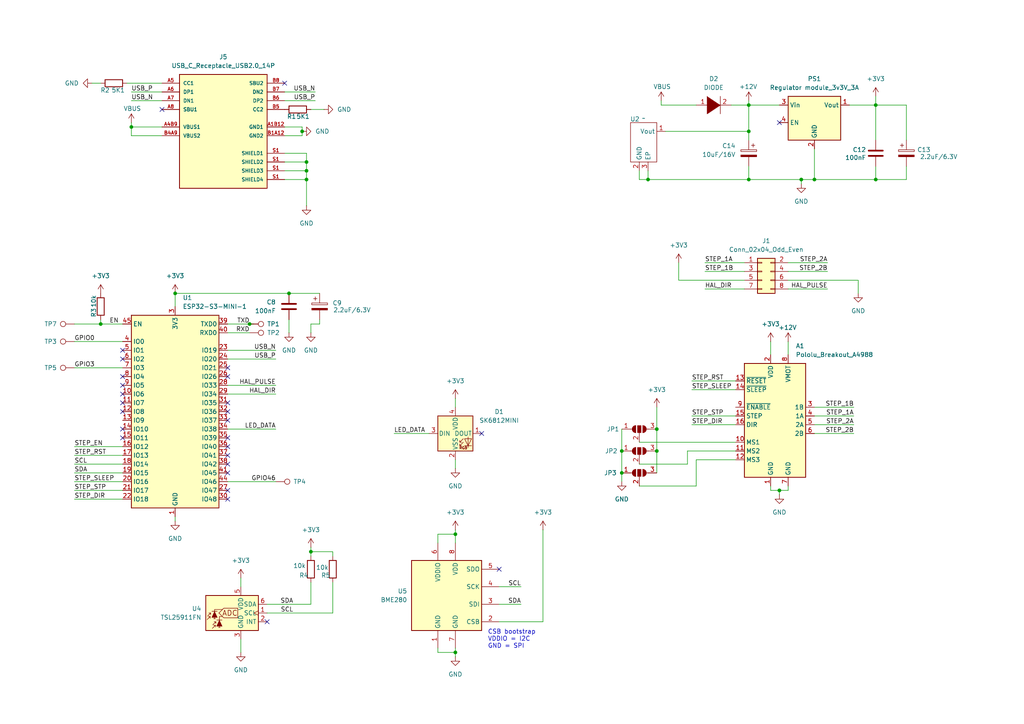
<source format=kicad_sch>
(kicad_sch (version 20231120) (generator "eeschema") (generator_version "8.0")
  (paper "A4")
  (lib_symbols
    (symbol "Connector:TestPoint" (pin_numbers hide) (pin_names (offset 0.762) hide)
      (property "Reference" "TP" (at 0 6.858 0))
      (property "Value" "TestPoint" (at 0 5.08 0))
      (symbol "TestPoint_0_1"
        (circle (center 0 3.302) (radius 0.762))
      )
      (symbol "TestPoint_1_1"
        (pin passive line (at 0 0 90) (length 2.54) (name "1") (number "1"))
      )
    )
    (symbol "Connector_Generic:Conn_02x04_Odd_Even" (pin_names (offset 1.016) hide)
      (property "Reference" "J" (at 1.27 5.08 0))
      (property "Value" "Conn_02x04_Odd_Even" (at 1.27 -7.62 0))
      (symbol "Conn_02x04_Odd_Even_1_1"
        (rectangle (start -1.27 -4.953) (end 0 -5.207) (stroke (width 0.1524)))
        (rectangle (start -1.27 -2.413) (end 0 -2.667) (stroke (width 0.1524)))
        (rectangle (start -1.27 0.127) (end 0 -0.127) (stroke (width 0.1524)))
        (rectangle (start -1.27 2.667) (end 0 2.413) (stroke (width 0.1524)))
        (rectangle (start -1.27 3.81) (end 3.81 -6.35) (stroke (width 0.254)) (fill (type background)))
        (rectangle (start 3.81 -4.953) (end 2.54 -5.207) (stroke (width 0.1524)))
        (rectangle (start 3.81 -2.413) (end 2.54 -2.667) (stroke (width 0.1524)))
        (rectangle (start 3.81 0.127) (end 2.54 -0.127) (stroke (width 0.1524)))
        (rectangle (start 3.81 2.667) (end 2.54 2.413) (stroke (width 0.1524)))
        (pin passive line (at -5.08 2.54 0) (length 3.81) (name "Pin_1") (number "1"))
        (pin passive line (at 7.62 2.54 180) (length 3.81) (name "Pin_2") (number "2"))
        (pin passive line (at -5.08 0 0) (length 3.81) (name "Pin_3") (number "3"))
        (pin passive line (at 7.62 0 180) (length 3.81) (name "Pin_4") (number "4"))
        (pin passive line (at -5.08 -2.54 0) (length 3.81) (name "Pin_5") (number "5"))
        (pin passive line (at 7.62 -2.54 180) (length 3.81) (name "Pin_6") (number "6"))
        (pin passive line (at -5.08 -5.08 0) (length 3.81) (name "Pin_7") (number "7"))
        (pin passive line (at 7.62 -5.08 180) (length 3.81) (name "Pin_8") (number "8"))
      )
    )
    (symbol "Converter_DCDC:voltage_regulator_3v3_3A"
      (property "Reference" "PS" (at -7.874 -9.144 0))
      (property "Value" "Regulator module_3v3V_3A" (at -11.684 6.35 0))
      (symbol "voltage_regulator_3v3_3A_0_1"
        (rectangle (start -7.62 5.08) (end 7.62 -7.62) (stroke (width 0.254)) (fill (type background)))
      )
      (symbol "voltage_regulator_3v3_3A_1_0"
        (pin power_out line (at 10.16 2.54 180) (length 2.54) (name "Vout") (number "1"))
        (pin power_out line (at 0 -10.16 90) (length 2.54) (name "GND") (number "2"))
        (pin power_in line (at -10.16 2.54 0) (length 2.54) (name "Vin") (number "3"))
        (pin input line (at -10.16 -2.54 0) (length 2.54) (name "EN") (number "4"))
      )
    )
    (symbol "Device:C" (pin_numbers hide) (pin_names (offset 0.254))
      (property "Reference" "C" (at 0.635 2.54 0))
      (property "Value" "C" (at 0.635 -2.54 0))
      (symbol "C_0_1"
        (polyline (pts (xy -2.032 -0.762) (xy 2.032 -0.762)) (stroke (width 0.508)))
        (polyline (pts (xy -2.032 0.762) (xy 2.032 0.762)) (stroke (width 0.508)))
      )
      (symbol "C_1_1"
        (pin passive line (at 0 3.81 270) (length 2.794) (name "~") (number "1"))
        (pin passive line (at 0 -3.81 90) (length 2.794) (name "~") (number "2"))
      )
    )
    (symbol "Device:C_Polarized" (pin_numbers hide) (pin_names (offset 0.254))
      (property "Reference" "C" (at 0.635 2.54 0))
      (property "Value" "C_Polarized" (at 0.635 -2.54 0))
      (symbol "C_Polarized_0_1"
        (rectangle (start -2.286 0.508) (end 2.286 1.016))
        (polyline (pts (xy -1.778 2.286) (xy -0.762 2.286)))
        (polyline (pts (xy -1.27 2.794) (xy -1.27 1.778)))
        (rectangle (start 2.286 -0.508) (end -2.286 -1.016) (fill (type outline)))
      )
      (symbol "C_Polarized_1_1"
        (pin passive line (at 0 3.81 270) (length 2.794) (name "~") (number "1"))
        (pin passive line (at 0 -3.81 90) (length 2.794) (name "~") (number "2"))
      )
    )
    (symbol "Device:R" (pin_numbers hide) (pin_names (offset 0))
      (property "Reference" "R" (at 2.032 0 90))
      (property "Value" "R" (at 0 0 90))
      (symbol "R_0_1"
        (rectangle (start -1.016 -2.54) (end 1.016 2.54) (stroke (width 0.254)))
      )
      (symbol "R_1_1"
        (pin passive line (at 0 3.81 270) (length 1.27) (name "~") (number "1"))
        (pin passive line (at 0 -3.81 90) (length 1.27) (name "~") (number "2"))
      )
    )
    (symbol "Driver_Motor:Pololu_Breakout_A4988"
      (property "Reference" "A" (at -2.54 19.05 0))
      (property "Value" "Pololu_Breakout_A4988" (at -2.54 16.51 0))
      (symbol "Pololu_Breakout_A4988_0_1"
        (rectangle (start 10.16 -17.78) (end -7.62 15.24) (stroke (width 0.254)) (fill (type background)))
      )
      (symbol "Pololu_Breakout_A4988_1_1"
        (pin power_in line (at 0 -20.32 90) (length 2.54) (name "GND") (number "1"))
        (pin input line (at -10.16 -7.62 0) (length 2.54) (name "MS1") (number "10"))
        (pin input line (at -10.16 -10.16 0) (length 2.54) (name "MS2") (number "11"))
        (pin input line (at -10.16 -12.7 0) (length 2.54) (name "MS3") (number "12"))
        (pin input line (at -10.16 10.16 0) (length 2.54) (name "~{RESET}") (number "13"))
        (pin input line (at -10.16 7.62 0) (length 2.54) (name "~{SLEEP}") (number "14"))
        (pin input line (at -10.16 0 0) (length 2.54) (name "STEP") (number "15"))
        (pin input line (at -10.16 -2.54 0) (length 2.54) (name "DIR") (number "16"))
        (pin power_in line (at 0 17.78 270) (length 2.54) (name "VDD") (number "2"))
        (pin output line (at 12.7 2.54 180) (length 2.54) (name "1B") (number "3"))
        (pin output line (at 12.7 0 180) (length 2.54) (name "1A") (number "4"))
        (pin output line (at 12.7 -2.54 180) (length 2.54) (name "2A") (number "5"))
        (pin output line (at 12.7 -5.08 180) (length 2.54) (name "2B") (number "6"))
        (pin power_in line (at 5.08 -20.32 90) (length 2.54) (name "GND") (number "7"))
        (pin power_in line (at 5.08 17.78 270) (length 2.54) (name "VMOT") (number "8"))
        (pin input line (at -10.16 2.54 0) (length 2.54) (name "~{ENABLE}") (number "9"))
      )
    )
    (symbol "Jumper:SolderJumper_3_Open" (pin_names (offset 0) hide) (exclude_from_sim yes) (in_bom no)
      (property "Reference" "JP" (at -2.54 -2.54 0))
      (property "Value" "SolderJumper_3_Open" (at 0 2.794 0))
      (symbol "SolderJumper_3_Open_0_1"
        (arc (start -1.016 1.016) (mid -2.0276 0) (end -1.016 -1.016))
        (arc (start -1.016 1.016) (mid -2.0276 0) (end -1.016 -1.016) (fill (type outline)))
        (rectangle (start -0.508 1.016) (end 0.508 -1.016) (fill (type outline)))
        (polyline (pts (xy -2.54 0) (xy -2.032 0)))
        (polyline (pts (xy -1.016 1.016) (xy -1.016 -1.016)))
        (polyline (pts (xy 0 -1.27) (xy 0 -1.016)))
        (polyline (pts (xy 1.016 1.016) (xy 1.016 -1.016)))
        (polyline (pts (xy 2.54 0) (xy 2.032 0)))
        (arc (start 1.016 -1.016) (mid 2.0276 0) (end 1.016 1.016))
        (arc (start 1.016 -1.016) (mid 2.0276 0) (end 1.016 1.016) (fill (type outline)))
      )
      (symbol "SolderJumper_3_Open_1_1"
        (pin passive line (at -5.08 0 0) (length 2.54) (name "A") (number "1"))
        (pin passive line (at 0 -3.81 90) (length 2.54) (name "C") (number "2"))
        (pin passive line (at 5.08 0 180) (length 2.54) (name "B") (number "3"))
      )
    )
    (symbol "LED:SK6812MINI" (pin_names (offset 0.254))
      (property "Reference" "D" (at 5.08 5.715 0))
      (property "Value" "SK6812MINI" (at 1.27 -5.715 0))
      (symbol "SK6812MINI_0_0"
        (text "RGB" (at 2.286 -4.191 0) (effects (font (size 0.762 0.762))))
      )
      (symbol "SK6812MINI_0_1"
        (polyline (pts (xy 1.27 -3.556) (xy 1.778 -3.556)))
        (polyline (pts (xy 1.27 -2.54) (xy 1.778 -2.54)))
        (polyline (pts (xy 4.699 -3.556) (xy 2.667 -3.556)))
        (polyline (pts (xy 2.286 -2.54) (xy 1.27 -3.556) (xy 1.27 -3.048)))
        (polyline (pts (xy 2.286 -1.524) (xy 1.27 -2.54) (xy 1.27 -2.032)))
        (polyline (pts (xy 3.683 -1.016) (xy 3.683 -3.556) (xy 3.683 -4.064)))
        (polyline (pts (xy 4.699 -1.524) (xy 2.667 -1.524) (xy 3.683 -3.556) (xy 4.699 -1.524)))
        (rectangle (start 5.08 5.08) (end -5.08 -5.08) (stroke (width 0.254)) (fill (type background)))
      )
      (symbol "SK6812MINI_1_1"
        (pin output line (at 7.62 0 180) (length 2.54) (name "DOUT") (number "1"))
        (pin power_in line (at 0 -7.62 90) (length 2.54) (name "VSS") (number "2"))
        (pin input line (at -7.62 0 0) (length 2.54) (name "DIN") (number "3"))
        (pin power_in line (at 0 7.62 270) (length 2.54) (name "VDD") (number "4"))
      )
    )
    (symbol "MCU_Espressif:ESP32-S3-MINI-1"
      (property "Reference" "U" (at -11.43 29.21 0))
      (property "Value" "ESP32-S3-MINI-1" (at 12.7 29.21 0))
      (symbol "ESP32-S3-MINI-1_0_1"
        (rectangle (start -12.7 27.94) (end 12.7 -27.94) (stroke (width 0.254)) (fill (type background)))
      )
      (symbol "ESP32-S3-MINI-1_1_1"
        (pin power_in line (at 0 -30.48 90) (length 2.54) (name "GND") (number "1"))
        (pin bidirectional line (at -15.24 5.08 0) (length 2.54) (name "IO6") (number "10"))
        (pin bidirectional line (at -15.24 2.54 0) (length 2.54) (name "IO7") (number "11"))
        (pin bidirectional line (at -15.24 0 0) (length 2.54) (name "IO8") (number "12"))
        (pin bidirectional line (at -15.24 -2.54 0) (length 2.54) (name "IO9") (number "13"))
        (pin bidirectional line (at -15.24 -5.08 0) (length 2.54) (name "IO10") (number "14"))
        (pin bidirectional line (at -15.24 -7.62 0) (length 2.54) (name "IO11") (number "15"))
        (pin bidirectional line (at -15.24 -10.16 0) (length 2.54) (name "IO12") (number "16"))
        (pin bidirectional line (at -15.24 -12.7 0) (length 2.54) (name "IO13") (number "17"))
        (pin bidirectional line (at -15.24 -15.24 0) (length 2.54) (name "IO14") (number "18"))
        (pin bidirectional line (at -15.24 -17.78 0) (length 2.54) (name "IO15") (number "19"))
        (pin passive line (at 0 -30.48 90) (length 2.54) hide (name "GND") (number "2"))
        (pin bidirectional line (at -15.24 -20.32 0) (length 2.54) (name "IO16") (number "20"))
        (pin bidirectional line (at -15.24 -22.86 0) (length 2.54) (name "IO17") (number "21"))
        (pin bidirectional line (at -15.24 -25.4 0) (length 2.54) (name "IO18") (number "22"))
        (pin bidirectional line (at 15.24 17.78 180) (length 2.54) (name "IO19") (number "23"))
        (pin bidirectional line (at 15.24 15.24 180) (length 2.54) (name "IO20") (number "24"))
        (pin bidirectional line (at 15.24 12.7 180) (length 2.54) (name "IO21") (number "25"))
        (pin bidirectional line (at 15.24 10.16 180) (length 2.54) (name "IO26") (number "26"))
        (pin bidirectional line (at 15.24 -22.86 180) (length 2.54) (name "IO47") (number "27"))
        (pin bidirectional line (at 15.24 7.62 180) (length 2.54) (name "IO33") (number "28"))
        (pin bidirectional line (at 15.24 5.08 180) (length 2.54) (name "IO34") (number "29"))
        (pin power_in line (at 0 30.48 270) (length 2.54) (name "3V3") (number "3"))
        (pin bidirectional line (at 15.24 -25.4 180) (length 2.54) (name "IO48") (number "30"))
        (pin bidirectional line (at 15.24 2.54 180) (length 2.54) (name "IO35") (number "31"))
        (pin bidirectional line (at 15.24 0 180) (length 2.54) (name "IO36") (number "32"))
        (pin bidirectional line (at 15.24 -2.54 180) (length 2.54) (name "IO37") (number "33"))
        (pin bidirectional line (at 15.24 -5.08 180) (length 2.54) (name "IO38") (number "34"))
        (pin bidirectional line (at 15.24 -7.62 180) (length 2.54) (name "IO39") (number "35"))
        (pin bidirectional line (at 15.24 -10.16 180) (length 2.54) (name "IO40") (number "36"))
        (pin bidirectional line (at 15.24 -12.7 180) (length 2.54) (name "IO41") (number "37"))
        (pin bidirectional line (at 15.24 -15.24 180) (length 2.54) (name "IO42") (number "38"))
        (pin bidirectional line (at 15.24 25.4 180) (length 2.54) (name "TXD0") (number "39"))
        (pin bidirectional line (at -15.24 20.32 0) (length 2.54) (name "IO0") (number "4"))
        (pin bidirectional line (at 15.24 22.86 180) (length 2.54) (name "RXD0") (number "40"))
        (pin bidirectional line (at 15.24 -17.78 180) (length 2.54) (name "IO45") (number "41"))
        (pin passive line (at 0 -30.48 90) (length 2.54) hide (name "GND") (number "42"))
        (pin passive line (at 0 -30.48 90) (length 2.54) hide (name "GND") (number "43"))
        (pin bidirectional line (at 15.24 -20.32 180) (length 2.54) (name "IO46") (number "44"))
        (pin input line (at -15.24 25.4 0) (length 2.54) (name "EN") (number "45"))
        (pin passive line (at 0 -30.48 90) (length 2.54) hide (name "GND") (number "46"))
        (pin passive line (at 0 -30.48 90) (length 2.54) hide (name "GND") (number "47"))
        (pin passive line (at 0 -30.48 90) (length 2.54) hide (name "GND") (number "48"))
        (pin passive line (at 0 -30.48 90) (length 2.54) hide (name "GND") (number "49"))
        (pin bidirectional line (at -15.24 17.78 0) (length 2.54) (name "IO1") (number "5"))
        (pin passive line (at 0 -30.48 90) (length 2.54) hide (name "GND") (number "50"))
        (pin passive line (at 0 -30.48 90) (length 2.54) hide (name "GND") (number "51"))
        (pin passive line (at 0 -30.48 90) (length 2.54) hide (name "GND") (number "52"))
        (pin passive line (at 0 -30.48 90) (length 2.54) hide (name "GND") (number "53"))
        (pin passive line (at 0 -30.48 90) (length 2.54) hide (name "GND") (number "54"))
        (pin passive line (at 0 -30.48 90) (length 2.54) hide (name "GND") (number "55"))
        (pin passive line (at 0 -30.48 90) (length 2.54) hide (name "GND") (number "56"))
        (pin passive line (at 0 -30.48 90) (length 2.54) hide (name "GND") (number "57"))
        (pin passive line (at 0 -30.48 90) (length 2.54) hide (name "GND") (number "58"))
        (pin passive line (at 0 -30.48 90) (length 2.54) hide (name "GND") (number "59"))
        (pin bidirectional line (at -15.24 15.24 0) (length 2.54) (name "IO2") (number "6"))
        (pin passive line (at 0 -30.48 90) (length 2.54) hide (name "GND") (number "60"))
        (pin passive line (at 0 -30.48 90) (length 2.54) hide (name "GND") (number "61"))
        (pin passive line (at 0 -30.48 90) (length 2.54) hide (name "GND") (number "62"))
        (pin passive line (at 0 -30.48 90) (length 2.54) hide (name "GND") (number "63"))
        (pin passive line (at 0 -30.48 90) (length 2.54) hide (name "GND") (number "64"))
        (pin passive line (at 0 -30.48 90) (length 2.54) hide (name "GND") (number "65"))
        (pin bidirectional line (at -15.24 12.7 0) (length 2.54) (name "IO3") (number "7"))
        (pin bidirectional line (at -15.24 10.16 0) (length 2.54) (name "IO4") (number "8"))
        (pin bidirectional line (at -15.24 7.62 0) (length 2.54) (name "IO5") (number "9"))
      )
    )
    (symbol "Regulator_Switching:USB-C_PD-trigger"
      (property "Reference" "U" (at 4.064 6.096 0))
      (symbol "USB-C_PD-trigger_0_1"
        (rectangle (start -2.54 5.08) (end 5.08 -6.35))
      )
      (symbol "USB-C_PD-trigger_1_1"
        (pin input line (at 7.62 2.54 180) (length 2.54) (name "Vout") (number "1"))
        (pin input line (at 0 -8.89 90) (length 2.54) (name "GND") (number "2"))
        (pin input line (at 2.54 -8.89 90) (length 2.54) (name "EP") (number "3"))
      )
    )
    (symbol "Sensor:BME280"
      (property "Reference" "U" (at -8.89 11.43 0))
      (property "Value" "BME280" (at 7.62 11.43 0))
      (symbol "BME280_0_1"
        (rectangle (start -10.16 10.16) (end 10.16 -10.16) (stroke (width 0.254)) (fill (type background)))
      )
      (symbol "BME280_1_1"
        (pin power_in line (at -2.54 -15.24 90) (length 5.08) (name "GND") (number "1"))
        (pin input line (at 15.24 -7.62 180) (length 5.08) (name "CSB") (number "2"))
        (pin bidirectional line (at 15.24 -2.54 180) (length 5.08) (name "SDI") (number "3"))
        (pin input line (at 15.24 2.54 180) (length 5.08) (name "SCK") (number "4"))
        (pin bidirectional line (at 15.24 7.62 180) (length 5.08) (name "SDO") (number "5"))
        (pin power_in line (at -2.54 15.24 270) (length 5.08) (name "VDDIO") (number "6"))
        (pin power_in line (at 2.54 -15.24 90) (length 5.08) (name "GND") (number "7"))
        (pin power_in line (at 2.54 15.24 270) (length 5.08) (name "VDD") (number "8"))
      )
    )
    (symbol "Sensor_Optical:TSL25911FN"
      (property "Reference" "U" (at -7.62 6.35 0))
      (property "Value" "TSL25911FN" (at 0 -6.35 0))
      (symbol "TSL25911FN_0_0"
        (text "ADC" (at -0.635 0 0) (effects (font (size 1.524 1.524))))
      )
      (symbol "TSL25911FN_0_1"
        (polyline (pts (xy -6.35 -1.016) (xy -7.239 -1.905)))
        (polyline (pts (xy -6.35 -1.016) (xy -6.858 -1.016)))
        (polyline (pts (xy -6.35 -1.016) (xy -6.35 -1.524)))
        (polyline (pts (xy -6.223 0) (xy -7.112 -0.889)))
        (polyline (pts (xy -6.223 0) (xy -6.731 0)))
        (polyline (pts (xy -6.223 0) (xy -6.223 -0.508)))
        (polyline (pts (xy -4.826 -3.556) (xy -5.715 -4.445)))
        (polyline (pts (xy -4.826 -3.556) (xy -5.334 -3.556)))
        (polyline (pts (xy -4.826 -3.556) (xy -4.826 -4.064)))
        (polyline (pts (xy -4.699 -2.54) (xy -5.588 -3.429)))
        (polyline (pts (xy -4.699 -2.54) (xy -5.207 -2.54)))
        (polyline (pts (xy -4.699 -2.54) (xy -4.699 -3.048)))
        (polyline (pts (xy -4.318 0.508) (xy -5.842 0.508)))
        (polyline (pts (xy -2.921 -2.032) (xy -4.445 -2.032)))
        (polyline (pts (xy -4.318 -1.27) (xy -5.842 -1.27) (xy -5.08 0.381) (xy -4.318 -1.27)) (fill (type outline)))
        (polyline (pts (xy -2.921 -3.81) (xy -4.445 -3.81) (xy -3.683 -2.159) (xy -2.921 -3.81)) (fill (type outline)))
      )
      (symbol "TSL25911FN_1_0"
        (polyline (pts (xy -3.81 0) (xy -2.413 -1.397) (xy 1.651 -1.397) (xy 1.651 0)))
        (polyline (pts (xy -3.81 0) (xy -2.413 1.397) (xy 1.651 1.397) (xy 1.651 0)))
      )
      (symbol "TSL25911FN_1_1"
        (rectangle (start -7.62 5.08) (end 7.62 -5.08) (stroke (width 0.254)) (fill (type background)))
        (polyline (pts (xy -4.826 -1.651) (xy -5.334 -1.651)))
        (polyline (pts (xy -3.429 -4.191) (xy -3.937 -4.191)))
        (polyline (pts (xy -5.08 -1.524) (xy -5.08 1.016) (xy -2.794 1.016)))
        (polyline (pts (xy -3.683 -4.064) (xy -3.683 -1.016) (xy -2.794 -1.016)))
        (pin input clock (at 10.16 0 180) (length 2.54) (name "SCL") (number "1"))
        (pin open_collector line (at 10.16 -2.54 180) (length 2.54) (name "INT") (number "2"))
        (pin power_in line (at 2.54 -7.62 90) (length 2.54) (name "GND") (number "3"))
        (pin no_connect line (at -7.62 2.54 0) (length 2.54) hide (name "NC") (number "4"))
        (pin power_in line (at 2.54 7.62 270) (length 2.54) (name "VDD") (number "5"))
        (pin bidirectional line (at 10.16 2.54 180) (length 2.54) (name "SDA") (number "6"))
      )
    )
    (symbol "USB_C_Molex_217179:2171790001" (pin_names (offset 1.016))
      (property "Reference" "J" (at -12.7 16.002 0))
      (property "Value" "2171790001" (at -12.7 -18.542 0))
      (symbol "2171790001_0_0"
        (rectangle (start -12.7 -17.78) (end 12.7 15.24) (stroke (width 0.254)) (fill (type background)))
        (pin power_in line (at 17.78 0 180) (length 5.08) (name "GND1") (number "A1B12"))
        (pin power_in line (at -17.78 0 0) (length 5.08) (name "VBUS1") (number "A4B9"))
        (pin bidirectional line (at -17.78 12.7 0) (length 5.08) (name "CC1") (number "A5"))
        (pin bidirectional line (at -17.78 10.16 0) (length 5.08) (name "DP1") (number "A6"))
        (pin bidirectional line (at -17.78 7.62 0) (length 5.08) (name "DN1") (number "A7"))
        (pin bidirectional line (at -17.78 5.08 0) (length 5.08) (name "SBU1") (number "A8"))
        (pin power_in line (at 17.78 -2.54 180) (length 5.08) (name "GND2") (number "B1A12"))
        (pin power_in line (at -17.78 -2.54 0) (length 5.08) (name "VBUS2") (number "B4A9"))
        (pin bidirectional line (at 17.78 5.08 180) (length 5.08) (name "CC2") (number "B5"))
        (pin bidirectional line (at 17.78 7.62 180) (length 5.08) (name "DP2") (number "B6"))
        (pin bidirectional line (at 17.78 10.16 180) (length 5.08) (name "DN2") (number "B7"))
        (pin bidirectional line (at 17.78 12.7 180) (length 5.08) (name "SBU2") (number "B8"))
        (pin passive line (at 17.78 -7.62 180) (length 5.08) (name "SHIELD1") (number "S1"))
        (pin passive line (at 17.78 -10.16 180) (length 5.08) (name "SHIELD2") (number "S1"))
        (pin passive line (at 17.78 -12.7 180) (length 5.08) (name "SHIELD3") (number "S1"))
        (pin passive line (at 17.78 -15.24 180) (length 5.08) (name "SHIELD4") (number "S1"))
      )
    )
    (symbol "power:+3V3" (power) (pin_numbers hide) (pin_names (offset 0) hide)
      (property "Value" "+3V3" (at 0 3.556 0))
      (symbol "+3V3_0_1"
        (polyline (pts (xy -0.762 1.27) (xy 0 2.54)))
        (polyline (pts (xy 0 0) (xy 0 2.54)))
        (polyline (pts (xy 0 2.54) (xy 0.762 1.27)))
      )
      (symbol "+3V3_1_1"
        (pin power_in line (at 0 0 90) (length 0) (name "~") (number "1"))
      )
    )
    (symbol "power:+5V" (power) (pin_numbers hide) (pin_names (offset 0) hide)
      (property "Value" "+5V" (at 0 3.556 0))
      (symbol "+5V_0_1"
        (polyline (pts (xy -0.762 1.27) (xy 0 2.54)))
        (polyline (pts (xy 0 0) (xy 0 2.54)))
        (polyline (pts (xy 0 2.54) (xy 0.762 1.27)))
      )
      (symbol "+5V_1_1"
        (pin power_in line (at 0 0 90) (length 0) (name "~") (number "1"))
      )
    )
    (symbol "power:GND" (power) (pin_numbers hide) (pin_names (offset 0) hide)
      (property "Value" "GND" (at 0 -3.81 0))
      (symbol "GND_0_1"
        (polyline (pts (xy 0 0) (xy 0 -1.27) (xy 1.27 -1.27) (xy 0 -2.54) (xy -1.27 -1.27) (xy 0 -1.27)))
      )
      (symbol "GND_1_1"
        (pin power_in line (at 0 0 270) (length 0) (name "~") (number "1"))
      )
    )
    (symbol "pspice:DIODE" (pin_names (offset 1.016) hide)
      (property "Reference" "D" (at 0 3.81 0))
      (property "Value" "DIODE" (at 0 -4.445 0))
      (symbol "DIODE_0_1"
        (polyline (pts (xy 1.905 2.54) (xy 1.905 -2.54)))
        (polyline (pts (xy -1.905 2.54) (xy -1.905 -2.54) (xy 1.905 0)) (fill (type outline)))
      )
      (symbol "DIODE_1_1"
        (pin input line (at -5.08 0 0) (length 3.81) (name "K") (number "1"))
        (pin input line (at 5.08 0 180) (length 3.81) (name "A") (number "2"))
      )
    )
  )
  (junction (at 254 30.48))
  (junction (at 72.39 93.98))
  (junction (at 132.08 189.23))
  (junction (at 88.9 46.99))
  (junction (at 83.82 85.09))
  (junction (at 190.5 130.81))
  (junction (at 132.08 154.94))
  (junction (at 232.41 52.07))
  (junction (at 254 52.07))
  (junction (at 190.5 124.46))
  (junction (at 187.96 52.07))
  (junction (at 217.17 52.07))
  (junction (at 90.17 160.02))
  (junction (at 88.9 52.07))
  (junction (at 226.06 142.24))
  (junction (at 88.9 49.53))
  (junction (at 217.17 30.48))
  (junction (at 38.1 36.83))
  (junction (at 217.17 38.1))
  (junction (at 29.21 93.98))
  (junction (at 180.34 137.16))
  (junction (at 236.22 52.07))
  (junction (at 50.8 85.09))
  (junction (at 87.63 38.1))
  (junction (at 180.34 130.81))
  (no_connect (at 226.06 35.56))
  (no_connect (at 35.56 127))
  (no_connect (at 66.04 121.92))
  (no_connect (at 66.04 144.78))
  (no_connect (at 35.56 119.38))
  (no_connect (at 35.56 109.22))
  (no_connect (at 82.55 24.13))
  (no_connect (at 77.47 180.34))
  (no_connect (at 35.56 114.3))
  (no_connect (at 35.56 101.6))
  (no_connect (at 66.04 116.84))
  (no_connect (at 35.56 124.46))
  (no_connect (at 144.78 165.1))
  (no_connect (at 66.04 142.24))
  (no_connect (at 35.56 116.84))
  (no_connect (at 35.56 111.76))
  (no_connect (at 66.04 106.68))
  (no_connect (at 66.04 132.08))
  (no_connect (at 46.99 31.75))
  (no_connect (at 66.04 137.16))
  (no_connect (at 66.04 119.38))
  (no_connect (at 66.04 109.22))
  (no_connect (at 139.7 125.73))
  (no_connect (at 66.04 129.54))
  (no_connect (at 35.56 104.14))
  (no_connect (at 66.04 134.62))
  (no_connect (at 66.04 127))
  (wire (pts (xy 157.48 153.67) (xy 157.48 180.34)))
  (wire (pts (xy 185.42 134.62) (xy 199.39 134.62)))
  (wire (pts (xy 232.41 52.07) (xy 232.41 53.34)))
  (wire (pts (xy 77.47 175.26) (xy 90.17 175.26)))
  (wire (pts (xy 228.6 76.2) (xy 240.03 76.2)))
  (wire (pts (xy 38.1 36.83) (xy 46.99 36.83)))
  (wire (pts (xy 236.22 123.19) (xy 247.65 123.19)))
  (wire (pts (xy 262.89 52.07) (xy 254 52.07)))
  (wire (pts (xy 92.71 93.98) (xy 90.17 93.98)))
  (wire (pts (xy 66.04 96.52) (xy 72.39 96.52)))
  (wire (pts (xy 212.09 30.48) (xy 217.17 30.48)))
  (wire (pts (xy 248.92 85.09) (xy 248.92 81.28)))
  (wire (pts (xy 66.04 104.14) (xy 80.01 104.14)))
  (wire (pts (xy 82.55 26.67) (xy 91.44 26.67)))
  (wire (pts (xy 223.52 99.06) (xy 223.52 102.87)))
  (wire (pts (xy 96.52 161.29) (xy 96.52 160.02)))
  (wire (pts (xy 88.9 52.07) (xy 88.9 59.69)))
  (wire (pts (xy 132.08 157.48) (xy 132.08 154.94)))
  (wire (pts (xy 185.42 52.07) (xy 185.42 49.53)))
  (wire (pts (xy 200.66 123.19) (xy 213.36 123.19)))
  (wire (pts (xy 180.34 137.16) (xy 180.34 139.7)))
  (wire (pts (xy 262.89 30.48) (xy 262.89 40.64)))
  (wire (pts (xy 199.39 134.62) (xy 199.39 130.81)))
  (wire (pts (xy 38.1 35.56) (xy 38.1 36.83)))
  (wire (pts (xy 127 187.96) (xy 127 189.23)))
  (wire (pts (xy 217.17 30.48) (xy 226.06 30.48)))
  (wire (pts (xy 223.52 142.24) (xy 226.06 142.24)))
  (wire (pts (xy 200.66 120.65) (xy 213.36 120.65)))
  (wire (pts (xy 38.1 36.83) (xy 38.1 39.37)))
  (wire (pts (xy 132.08 153.67) (xy 132.08 154.94)))
  (wire (pts (xy 82.55 46.99) (xy 88.9 46.99)))
  (wire (pts (xy 180.34 130.81) (xy 180.34 137.16)))
  (wire (pts (xy 88.9 46.99) (xy 88.9 49.53)))
  (wire (pts (xy 132.08 189.23) (xy 132.08 190.5)))
  (wire (pts (xy 21.59 139.7) (xy 35.56 139.7)))
  (wire (pts (xy 26.67 24.13) (xy 29.21 24.13)))
  (wire (pts (xy 190.5 130.81) (xy 190.5 137.16)))
  (wire (pts (xy 82.55 44.45) (xy 88.9 44.45)))
  (wire (pts (xy 21.59 134.62) (xy 35.56 134.62)))
  (wire (pts (xy 232.41 52.07) (xy 236.22 52.07)))
  (wire (pts (xy 248.92 81.28) (xy 228.6 81.28)))
  (wire (pts (xy 190.5 118.11) (xy 190.5 124.46)))
  (wire (pts (xy 187.96 49.53) (xy 187.96 52.07)))
  (wire (pts (xy 38.1 39.37) (xy 46.99 39.37)))
  (wire (pts (xy 200.66 110.49) (xy 213.36 110.49)))
  (wire (pts (xy 21.59 129.54) (xy 35.56 129.54)))
  (wire (pts (xy 90.17 93.98) (xy 90.17 96.52)))
  (wire (pts (xy 201.93 133.35) (xy 201.93 140.97)))
  (wire (pts (xy 21.59 99.06) (xy 35.56 99.06)))
  (wire (pts (xy 66.04 139.7) (xy 80.01 139.7)))
  (wire (pts (xy 187.96 52.07) (xy 217.17 52.07)))
  (wire (pts (xy 21.59 93.98) (xy 29.21 93.98)))
  (wire (pts (xy 66.04 114.3) (xy 80.01 114.3)))
  (wire (pts (xy 82.55 29.21) (xy 91.44 29.21)))
  (wire (pts (xy 90.17 160.02) (xy 90.17 161.29)))
  (wire (pts (xy 83.82 92.71) (xy 83.82 96.52)))
  (wire (pts (xy 228.6 83.82) (xy 240.03 83.82)))
  (wire (pts (xy 254 30.48) (xy 254 40.64)))
  (wire (pts (xy 132.08 133.35) (xy 132.08 135.89)))
  (wire (pts (xy 180.34 124.46) (xy 180.34 130.81)))
  (wire (pts (xy 236.22 125.73) (xy 247.65 125.73)))
  (wire (pts (xy 82.55 52.07) (xy 88.9 52.07)))
  (wire (pts (xy 50.8 149.86) (xy 50.8 151.13)))
  (wire (pts (xy 38.1 26.67) (xy 46.99 26.67)))
  (wire (pts (xy 83.82 85.09) (xy 92.71 85.09)))
  (wire (pts (xy 132.08 189.23) (xy 127 189.23)))
  (wire (pts (xy 90.17 158.75) (xy 90.17 160.02)))
  (wire (pts (xy 66.04 93.98) (xy 72.39 93.98)))
  (wire (pts (xy 21.59 106.68) (xy 35.56 106.68)))
  (wire (pts (xy 35.56 93.98) (xy 29.21 93.98)))
  (wire (pts (xy 66.04 111.76) (xy 80.01 111.76)))
  (wire (pts (xy 69.85 185.42) (xy 69.85 189.23)))
  (wire (pts (xy 87.63 38.1) (xy 87.63 39.37)))
  (wire (pts (xy 38.1 29.21) (xy 46.99 29.21)))
  (wire (pts (xy 69.85 167.64) (xy 69.85 170.18)))
  (wire (pts (xy 223.52 140.97) (xy 223.52 142.24)))
  (wire (pts (xy 77.47 177.8) (xy 96.52 177.8)))
  (wire (pts (xy 90.17 160.02) (xy 96.52 160.02)))
  (wire (pts (xy 199.39 130.81) (xy 213.36 130.81)))
  (wire (pts (xy 50.8 85.09) (xy 50.8 88.9)))
  (wire (pts (xy 217.17 30.48) (xy 217.17 38.1)))
  (wire (pts (xy 185.42 52.07) (xy 187.96 52.07)))
  (wire (pts (xy 87.63 36.83) (xy 87.63 38.1)))
  (wire (pts (xy 236.22 52.07) (xy 254 52.07)))
  (wire (pts (xy 193.04 38.1) (xy 217.17 38.1)))
  (wire (pts (xy 254 30.48) (xy 262.89 30.48)))
  (wire (pts (xy 21.59 142.24) (xy 35.56 142.24)))
  (wire (pts (xy 114.3 125.73) (xy 124.46 125.73)))
  (wire (pts (xy 262.89 48.26) (xy 262.89 52.07)))
  (wire (pts (xy 21.59 144.78) (xy 35.56 144.78)))
  (wire (pts (xy 29.21 93.98) (xy 29.21 92.71)))
  (wire (pts (xy 204.47 76.2) (xy 215.9 76.2)))
  (wire (pts (xy 217.17 52.07) (xy 232.41 52.07)))
  (wire (pts (xy 21.59 132.08) (xy 35.56 132.08)))
  (wire (pts (xy 132.08 115.57) (xy 132.08 118.11)))
  (wire (pts (xy 196.85 76.2) (xy 196.85 81.28)))
  (wire (pts (xy 201.93 140.97) (xy 185.42 140.97)))
  (wire (pts (xy 144.78 175.26) (xy 151.13 175.26)))
  (wire (pts (xy 127 154.94) (xy 127 157.48)))
  (wire (pts (xy 226.06 142.24) (xy 226.06 143.51)))
  (wire (pts (xy 228.6 99.06) (xy 228.6 102.87)))
  (wire (pts (xy 96.52 177.8) (xy 96.52 168.91)))
  (wire (pts (xy 236.22 43.18) (xy 236.22 52.07)))
  (wire (pts (xy 36.83 24.13) (xy 46.99 24.13)))
  (wire (pts (xy 90.17 31.75) (xy 93.98 31.75)))
  (wire (pts (xy 88.9 49.53) (xy 88.9 52.07)))
  (wire (pts (xy 132.08 187.96) (xy 132.08 189.23)))
  (wire (pts (xy 144.78 170.18) (xy 151.13 170.18)))
  (wire (pts (xy 254 48.26) (xy 254 52.07)))
  (wire (pts (xy 204.47 78.74) (xy 215.9 78.74)))
  (wire (pts (xy 217.17 48.26) (xy 217.17 52.07)))
  (wire (pts (xy 217.17 30.48) (xy 217.17 29.21)))
  (wire (pts (xy 228.6 142.24) (xy 228.6 140.97)))
  (wire (pts (xy 228.6 78.74) (xy 240.03 78.74)))
  (wire (pts (xy 204.47 83.82) (xy 215.9 83.82)))
  (wire (pts (xy 21.59 137.16) (xy 35.56 137.16)))
  (wire (pts (xy 200.66 113.03) (xy 213.36 113.03)))
  (wire (pts (xy 82.55 49.53) (xy 88.9 49.53)))
  (wire (pts (xy 226.06 142.24) (xy 228.6 142.24)))
  (wire (pts (xy 217.17 38.1) (xy 217.17 40.64)))
  (wire (pts (xy 72.39 93.98) (xy 73.66 93.98)))
  (wire (pts (xy 191.77 30.48) (xy 201.93 30.48)))
  (wire (pts (xy 82.55 39.37) (xy 87.63 39.37)))
  (wire (pts (xy 191.77 29.21) (xy 191.77 30.48)))
  (wire (pts (xy 66.04 101.6) (xy 80.01 101.6)))
  (wire (pts (xy 236.22 120.65) (xy 247.65 120.65)))
  (wire (pts (xy 50.8 85.09) (xy 83.82 85.09)))
  (wire (pts (xy 88.9 44.45) (xy 88.9 46.99)))
  (wire (pts (xy 157.48 180.34) (xy 144.78 180.34)))
  (wire (pts (xy 196.85 81.28) (xy 215.9 81.28)))
  (wire (pts (xy 185.42 128.27) (xy 213.36 128.27)))
  (wire (pts (xy 246.38 30.48) (xy 254 30.48)))
  (wire (pts (xy 190.5 124.46) (xy 190.5 130.81)))
  (wire (pts (xy 132.08 154.94) (xy 127 154.94)))
  (wire (pts (xy 254 27.94) (xy 254 30.48)))
  (wire (pts (xy 213.36 133.35) (xy 201.93 133.35)))
  (wire (pts (xy 82.55 36.83) (xy 87.63 36.83)))
  (wire (pts (xy 92.71 92.71) (xy 92.71 93.98)))
  (wire (pts (xy 66.04 124.46) (xy 80.01 124.46)))
  (wire (pts (xy 90.17 175.26) (xy 90.17 168.91)))
  (wire (pts (xy 236.22 118.11) (xy 247.65 118.11)))
  (text "CSB bootstrap\nVDDIO = I2C\nGND = SPI" (at 141.478 185.42 0) (effects (font (size 1.27 1.27)) (justify left)))
  (label "LED_DATA" (at 80.01 124.46 180))
  (label "STEP_2A" (at 247.65 123.19 180))
  (label "SCL" (at 85.09 177.8 180))
  (label "USB_N" (at 38.1 29.21 0))
  (label "SDA" (at 151.13 175.26 180))
  (label "STEP_STP" (at 21.59 142.24 0))
  (label "USB_P" (at 38.1 26.67 0))
  (label "USB_N" (at 91.44 26.67 180))
  (label "HAL_PULSE" (at 80.01 111.76 180))
  (label "STEP_SLEEP" (at 21.59 139.7 0))
  (label "STEP_RST" (at 21.59 132.08 0))
  (label "STEP_EN" (at 21.59 129.54 0))
  (label "SCL" (at 21.59 134.62 0))
  (label "STEP_RST" (at 200.66 110.49 0))
  (label "STEP_2B" (at 240.03 78.74 180))
  (label "GPIO0" (at 21.59 99.06 0))
  (label "RXD" (at 72.39 96.52 180))
  (label "STEP_1B" (at 204.47 78.74 0))
  (label "STEP_SLEEP" (at 200.66 113.03 0))
  (label "SCL" (at 151.13 170.18 180))
  (label "HAL_DIR" (at 204.47 83.82 0))
  (label "EN" (at 31.75 93.98 0))
  (label "TXD" (at 72.39 93.98 180))
  (label "SDA" (at 85.09 175.26 180))
  (label "USB_P" (at 91.44 29.21 180))
  (label "STEP_1B" (at 247.65 118.11 180))
  (label "STEP_2A" (at 240.03 76.2 180))
  (label "STEP_DIR" (at 200.66 123.19 0))
  (label "STEP_1A" (at 204.47 76.2 0))
  (label "HAL_DIR" (at 80.01 114.3 180))
  (label "USB_N" (at 80.01 101.6 180))
  (label "STEP_STP" (at 200.66 120.65 0))
  (label "STEP_2B" (at 247.65 125.73 180))
  (label "STEP_1A" (at 247.65 120.65 180))
  (label "HAL_PULSE" (at 240.03 83.82 180))
  (label "GPIO46" (at 80.01 139.7 180))
  (label "LED_DATA" (at 114.3 125.73 0))
  (label "STEP_DIR" (at 21.59 144.78 0))
  (label "GPIO3" (at 21.59 106.68 0))
  (label "SDA" (at 21.59 137.16 0))
  (label "USB_P" (at 80.01 104.14 180))
  (symbol (lib_id "power:+3V3") (at 132.08 153.67 0) (unit 1)
    (property "Reference" "#PWR024" (effects (hide yes)))
    (property "Value" "+3V3" (at 132.08 148.59 0))
    (property "Description" "Power symbol creates a global label with name \"+3V3\"" (effects (hide yes)))
  )
  (symbol (lib_id "power:GND") (at 88.9 59.69 0) (unit 1)
    (property "Reference" "#PWR031" (effects (hide yes)))
    (property "Value" "GND" (at 88.9 64.77 0))
    (property "Description" "Power symbol creates a global label with name \"GND\" , ground" (effects (hide yes)))
  )
  (symbol (lib_id "Device:C") (at 83.82 88.9 0) (mirror y) (unit 1)
    (property "Reference" "C8" (at 80.01 87.6299 0) (effects (justify left)))
    (property "Value" "100nF" (at 80.01 90.1699 0) (effects (justify left)))
    (property "Footprint" "Capacitor_SMD:C_0603_1608Metric" (effects (hide yes)))
    (property "Description" "Unpolarized capacitor" (effects (hide yes)))
  )
  (symbol (lib_id "power:+5V") (at 191.77 29.21 0) (unit 1)
    (property "Reference" "#PWR06" (effects (hide yes)))
    (property "Value" "VBUS" (at 189.484 25.146 0) (effects (justify left)))
    (property "Description" "Power symbol creates a global label with name \"+5V\"" (effects (hide yes)))
  )
  (symbol (lib_id "Connector:TestPoint") (at 21.59 106.68 90) (mirror x) (unit 1)
    (property "Reference" "TP5" (at 16.51 106.68 90) (effects (justify left)))
    (property "Value" "TestPoint" (effects (hide yes)))
    (property "Footprint" "TestPoint:TestPoint_Pad_D1.5mm" (effects (hide yes)))
    (property "Description" "test point" (effects (hide yes)))
  )
  (symbol (lib_id "power:GND") (at 26.67 24.13 270) (unit 1)
    (property "Reference" "#PWR011" (effects (hide yes)))
    (property "Value" "GND" (at 22.86 24.1299 90) (effects (justify right)))
    (property "Description" "Power symbol creates a global label with name \"GND\" , ground" (effects (hide yes)))
  )
  (symbol (lib_id "Connector:TestPoint") (at 72.39 96.52 270) (unit 1)
    (property "Reference" "TP2" (at 77.47 96.52 90) (effects (justify left)))
    (property "Value" "TestPoint" (effects (hide yes)))
    (property "Footprint" "TestPoint:TestPoint_Pad_D1.5mm" (effects (hide yes)))
    (property "Description" "test point" (effects (hide yes)))
  )
  (symbol (lib_id "Device:C") (at 254 44.45 0) (mirror y) (unit 1)
    (property "Reference" "C12" (at 251.206 43.434 0) (effects (justify left)))
    (property "Value" "100nF" (at 251.206 45.72 0) (effects (justify left)))
    (property "Footprint" "Capacitor_SMD:C_0603_1608Metric" (effects (hide yes)))
    (property "Description" "Unpolarized capacitor" (effects (hide yes)))
  )
  (symbol (lib_id "Driver_Motor:Pololu_Breakout_A4988") (at 223.52 120.65 0) (unit 1)
    (property "Reference" "A1" (at 230.7941 100.33 0) (effects (justify left)))
    (property "Value" "Pololu_Breakout_A4988" (at 230.7941 102.87 0) (effects (justify left)))
    (property "Footprint" "Module:Pololu_Breakout-16_15.2x20.3mm" (effects (hide yes)))
    (property "Datasheet" "https://www.pololu.com/product/2980/pictures" (effects (hide yes)))
    (property "Description" "Pololu Breakout Board, Stepper Driver A4988" (effects (hide yes)))
  )
  (symbol (lib_id "Jumper:SolderJumper_3_Open") (at 185.42 137.16 0) (unit 1) (exclude_from_sim yes) (in_bom no)
    (property "Reference" "JP3" (at 177.038 137.16 0))
    (property "Value" "SolderJumper_3_Open" (effects (hide yes)))
    (property "Footprint" "Jumper:SolderJumper-3_P2.0mm_Open_TrianglePad1.0x1.5mm_NumberLabels" (effects (hide yes)))
    (property "Description" "Solder Jumper, 3-pole, open" (effects (hide yes)))
  )
  (symbol (lib_id "MCU_Espressif:ESP32-S3-MINI-1") (at 50.8 119.38 0) (unit 1)
    (property "Reference" "U1" (at 52.9941 86.36 0) (effects (justify left)))
    (property "Value" "ESP32-S3-MINI-1" (at 52.9941 88.9 0) (effects (justify left)))
    (property "Footprint" "Espressif:ESP32-S3-MINI-1" (effects (hide yes)))
    (property "Datasheet" "https://www.espressif.com/sites/default/files/documentation/esp32-s3-mini-1_mini-1u_datasheet_en.pdf" (effects (hide yes)))
    (property "Description" "RF Module, ESP32-S3 SoC, Wi-Fi 802.11b/g/n, Bluetooth, BLE, 32-bit, 3.3V, SMD, onboard antenna" (effects (hide yes)))
  )
  (symbol (lib_id "Connector:TestPoint") (at 21.59 93.98 90) (mirror x) (unit 1)
    (property "Reference" "TP7" (at 16.51 93.98 90) (effects (justify left)))
    (property "Value" "TestPoint" (effects (hide yes)))
    (property "Footprint" "TestPoint:TestPoint_Pad_D1.5mm" (effects (hide yes)))
    (property "Description" "test point" (effects (hide yes)))
  )
  (symbol (lib_id "Device:C_Polarized") (at 262.89 44.45 0) (unit 1)
    (property "Reference" "C13" (at 267.97 43.434 0))
    (property "Value" "2.2uF/6.3V" (at 272.288 45.466 0))
    (property "Footprint" "Capacitor_SMD:C_0805_2012Metric" (effects (hide yes)))
    (property "Description" "Polarized capacitor" (effects (hide yes)))
  )
  (symbol (lib_id "Device:R") (at 33.02 24.13 270) (unit 1)
    (property "Reference" "R2" (at 30.48 26.162 90))
    (property "Value" "5K1" (at 34.29 26.162 90))
    (property "Footprint" "Resistor_SMD:R_0603_1608Metric" (effects (hide yes)))
    (property "Description" "Resistor" (effects (hide yes)))
  )
  (symbol (lib_id "power:+3V3") (at 157.48 153.67 0) (unit 1)
    (property "Reference" "#PWR025" (effects (hide yes)))
    (property "Value" "+3V3" (at 157.48 148.59 0))
    (property "Description" "Power symbol creates a global label with name \"+3V3\"" (effects (hide yes)))
  )
  (symbol (lib_id "Device:C_Polarized") (at 92.71 88.9 0) (unit 1)
    (property "Reference" "C9" (at 97.79 87.884 0))
    (property "Value" "2.2uF/6.3V" (at 102.108 89.916 0))
    (property "Footprint" "Capacitor_SMD:C_0805_2012Metric" (effects (hide yes)))
    (property "Description" "Polarized capacitor" (effects (hide yes)))
  )
  (symbol (lib_id "Jumper:SolderJumper_3_Open") (at 185.42 124.46 0) (unit 1) (exclude_from_sim yes) (in_bom no)
    (property "Reference" "JP1" (at 177.8 124.46 0))
    (property "Value" "SolderJumper_3_Open" (effects (hide yes)))
    (property "Footprint" "Jumper:SolderJumper-3_P2.0mm_Open_TrianglePad1.0x1.5mm_NumberLabels" (effects (hide yes)))
    (property "Description" "Solder Jumper, 3-pole, open" (effects (hide yes)))
  )
  (symbol (lib_id "power:+5V") (at 38.1 35.56 0) (unit 1)
    (property "Reference" "#PWR015" (effects (hide yes)))
    (property "Value" "VBUS" (at 35.814 31.496 0) (effects (justify left)))
    (property "Description" "Power symbol creates a global label with name \"+5V\"" (effects (hide yes)))
  )
  (symbol (lib_id "power:GND") (at 83.82 96.52 0) (unit 1)
    (property "Reference" "#PWR019" (effects (hide yes)))
    (property "Value" "GND" (at 83.82 101.6 0))
    (property "Description" "Power symbol creates a global label with name \"GND\" , ground" (effects (hide yes)))
  )
  (symbol (lib_id "Sensor:BME280") (at 129.54 172.72 0) (unit 1)
    (property "Reference" "U5" (at 118.11 171.4499 0) (effects (justify right)))
    (property "Value" "BME280" (at 118.11 173.9899 0) (effects (justify right)))
    (property "Footprint" "Package_LGA:Bosch_LGA-8_2.5x2.5mm_P0.65mm_ClockwisePinNumbering" (effects (hide yes)))
    (property "Datasheet" "https://www.bosch-sensortec.com/media/boschsensortec/downloads/datasheets/bst-bme280-ds002.pdf" (effects (hide yes)))
    (property "Description" "3-in-1 sensor, humidity, pressure, temperature, I2C and SPI interface, 1.71-3.6V, LGA-8" (effects (hide yes)))
  )
  (symbol (lib_id "Device:R") (at 90.17 165.1 180) (unit 1)
    (property "Reference" "R4" (at 88.138 166.878 0))
    (property "Value" "10k" (at 86.868 164.084 0))
    (property "Footprint" "Resistor_SMD:R_0603_1608Metric" (effects (hide yes)))
    (property "Description" "Resistor" (effects (hide yes)))
  )
  (symbol (lib_id "power:+3V3") (at 50.8 85.09 0) (unit 1)
    (property "Reference" "#PWR03" (effects (hide yes)))
    (property "Value" "+3V3" (at 50.8 80.01 0))
    (property "Description" "Power symbol creates a global label with name \"+3V3\"" (effects (hide yes)))
  )
  (symbol (lib_id "Device:R") (at 96.52 165.1 180) (unit 1)
    (property "Reference" "R5" (at 94.488 166.878 0))
    (property "Value" "10k" (at 93.472 164.592 0))
    (property "Footprint" "Resistor_SMD:R_0603_1608Metric" (effects (hide yes)))
    (property "Description" "Resistor" (effects (hide yes)))
  )
  (symbol (lib_id "Sensor_Optical:TSL25911FN") (at 67.31 177.8 0) (unit 1)
    (property "Reference" "U4" (at 58.42 176.5299 0) (effects (justify right)))
    (property "Value" "TSL25911FN" (at 58.42 179.0699 0) (effects (justify right)))
    (property "Footprint" "OptoDevice:SON-06-FN_2000X2400_AMS" (effects (hide yes)))
    (property "Datasheet" "https://ams.com/documents/20143/9331680/TSL2591_DS000338_7-00.pdf" (effects (hide yes)))
    (property "Description" "Light to digital converter, 2.7 to 3.6V Vdd, DFN-6" (effects (hide yes)))
  )
  (symbol (lib_id "power:+3V3") (at 90.17 158.75 0) (unit 1)
    (property "Reference" "#PWR028" (effects (hide yes)))
    (property "Value" "+3V3" (at 90.17 153.67 0))
    (property "Description" "Power symbol creates a global label with name \"+3V3\"" (effects (hide yes)))
  )
  (symbol (lib_id "Device:C_Polarized") (at 217.17 44.45 0) (mirror y) (unit 1)
    (property "Reference" "C14" (at 213.36 42.2909 0) (effects (justify left)))
    (property "Value" "10uF/16V" (at 213.36 44.8309 0) (effects (justify left)))
    (property "Footprint" "Capacitor_SMD:CP_Elec_4x5.4" (effects (hide yes)))
    (property "Description" "Polarized capacitor" (effects (hide yes)))
  )
  (symbol (lib_id "power:GND") (at 93.98 31.75 90) (unit 1)
    (property "Reference" "#PWR010" (effects (hide yes)))
    (property "Value" "GND" (at 97.79 31.7499 90) (effects (justify right)))
    (property "Description" "Power symbol creates a global label with name \"GND\" , ground" (effects (hide yes)))
  )
  (symbol (lib_id "USB_C_Molex_217179:2171790001") (at 64.77 36.83 0) (unit 1)
    (property "Reference" "J5" (at 64.77 16.51 0))
    (property "Value" "USB_C_Receptacle_USB2.0_14P" (at 64.77 19.05 0))
    (property "Footprint" "Connector_USB:USB_C_Receptacle_Molex_217179" (effects (hide yes)))
    (property "Datasheet" "https://www.usb.org/sites/default/files/documents/usb_type-c.zip" (effects (hide yes)))
    (property "Description" "USB 2.0-only 14P Type-C Receptacle connector" (effects (hide yes)))
    (property "MF" "Molex" (effects (hide yes)))
    (property "MAXIMUM_PACKAGE_HEIGHT" "3.16 mm" (effects (hide yes)))
    (property "Package" "None" (effects (hide yes)))
    (property "Price" "None" (effects (hide yes)))
    (property "Check_prices" "https://www.snapeda.com/parts/217179-0001/Molex/view-part/?ref=eda" (effects (hide yes)))
    (property "STANDARD" "Manufacturer Recommendations" (effects (hide yes)))
    (property "PARTREV" "A1" (effects (hide yes)))
    (property "SnapEDA_Link" "https://www.snapeda.com/parts/217179-0001/Molex/view-part/?ref=snap" (effects (hide yes)))
    (property "MP" "217179-0001" (effects (hide yes)))
    (property "Purchase-URL" "https://www.snapeda.com/api/url_track_click_mouser/?unipart_id=5817784&manufacturer=Molex&part_name=217179-0001&search_term=None" (effects (hide yes)))
    (property "Description_1" "\nUSB Type C - Connector, Top-mount SMT, 16pos | Molex Incorporated 217179-0001\n" (effects (hide yes)))
    (property "MANUFACTURER" "Molex" (effects (hide yes)))
    (property "Availability" "In Stock" (effects (hide yes)))
    (property "SNAPEDA_PN" "2169900003" (effects (hide yes)))
  )
  (symbol (lib_id "Device:R") (at 86.36 31.75 90) (mirror x) (unit 1)
    (property "Reference" "R1" (at 84.582 33.782 90))
    (property "Value" "5K1" (at 87.884 33.782 90))
    (property "Footprint" "Resistor_SMD:R_0603_1608Metric" (effects (hide yes)))
    (property "Description" "Resistor" (effects (hide yes)))
  )
  (symbol (lib_id "Regulator_Switching:USB-C_PD-trigger") (at 185.42 40.64 0) (unit 1)
    (property "Reference" "U2" (at 184.15 34.544 0))
    (property "Value" "~" (at 186.69 34.29 0))
    (property "Footprint" "Module:USB-PD-trigger" (effects (hide yes)))
  )
  (symbol (lib_id "power:GND") (at 180.34 139.7 0) (unit 1)
    (property "Reference" "#PWR013" (effects (hide yes)))
    (property "Value" "GND" (at 180.34 144.78 0))
    (property "Description" "Power symbol creates a global label with name \"GND\" , ground" (effects (hide yes)))
  )
  (symbol (lib_id "Connector_Generic:Conn_02x04_Odd_Even") (at 220.98 78.74 0) (unit 1)
    (property "Reference" "J1" (at 222.25 69.85 0))
    (property "Value" "Conn_02x04_Odd_Even" (at 222.25 72.39 0))
    (property "Footprint" "Connector_JST:JST_PHD_B8B-PHDSS_2x04_P2.00mm_Vertical" (effects (hide yes)))
    (property "Description" "Generic connector, double row, 02x04, odd/even pin numbering scheme (row 1 odd numbers, row 2 even numbers), script generated (kicad-library-utils/schlib/autogen/connector/)" (effects (hide yes)))
  )
  (symbol (lib_id "power:GND") (at 69.85 189.23 0) (unit 1)
    (property "Reference" "#PWR021" (effects (hide yes)))
    (property "Value" "GND" (at 69.85 194.31 0))
    (property "Description" "Power symbol creates a global label with name \"GND\" , ground" (effects (hide yes)))
  )
  (symbol (lib_id "Connector:TestPoint") (at 72.39 93.98 270) (unit 1)
    (property "Reference" "TP1" (at 77.47 93.98 90) (effects (justify left)))
    (property "Value" "TestPoint" (effects (hide yes)))
    (property "Footprint" "TestPoint:TestPoint_Pad_D1.5mm" (effects (hide yes)))
    (property "Description" "test point" (effects (hide yes)))
  )
  (symbol (lib_id "power:GND") (at 248.92 85.09 0) (unit 1)
    (property "Reference" "#PWR08" (effects (hide yes)))
    (property "Value" "GND" (at 248.92 90.17 0))
    (property "Description" "Power symbol creates a global label with name \"GND\" , ground" (effects (hide yes)))
  )
  (symbol (lib_id "Converter_DCDC:voltage_regulator_3v3_3A") (at 236.22 33.02 0) (unit 1)
    (property "Reference" "PS1" (at 236.22 22.86 0))
    (property "Value" "Regulator module_3v3V_3A" (at 236.22 25.4 0))
    (property "Footprint" "Module:Regulator module_3v3V_3A_THT" (effects (hide yes)))
    (property "Description" "Regulator module_3v3V_3A" (effects (hide yes)))
  )
  (symbol (lib_id "power:GND") (at 232.41 53.34 0) (unit 1)
    (property "Reference" "#PWR032" (effects (hide yes)))
    (property "Value" "GND" (at 232.41 58.42 0))
    (property "Description" "Power symbol creates a global label with name \"GND\" , ground" (effects (hide yes)))
  )
  (symbol (lib_id "power:+3V3") (at 132.08 115.57 0) (unit 1)
    (property "Reference" "#PWR012" (effects (hide yes)))
    (property "Value" "+3V3" (at 132.08 110.49 0))
    (property "Description" "Power symbol creates a global label with name \"+3V3\"" (effects (hide yes)))
  )
  (symbol (lib_id "power:+3V3") (at 69.85 167.64 0) (unit 1)
    (property "Reference" "#PWR022" (effects (hide yes)))
    (property "Value" "+3V3" (at 69.85 162.56 0))
    (property "Description" "Power symbol creates a global label with name \"+3V3\"" (effects (hide yes)))
  )
  (symbol (lib_id "power:GND") (at 87.63 38.1 90) (unit 1)
    (property "Reference" "#PWR09" (effects (hide yes)))
    (property "Value" "GND" (at 91.44 38.0999 90) (effects (justify right)))
    (property "Description" "Power symbol creates a global label with name \"GND\" , ground" (effects (hide yes)))
  )
  (symbol (lib_id "power:GND") (at 50.8 151.13 0) (unit 1)
    (property "Reference" "#PWR02" (effects (hide yes)))
    (property "Value" "GND" (at 50.8 156.21 0))
    (property "Description" "Power symbol creates a global label with name \"GND\" , ground" (effects (hide yes)))
  )
  (symbol (lib_id "power:+3V3") (at 196.85 76.2 0) (unit 1)
    (property "Reference" "#PWR07" (effects (hide yes)))
    (property "Value" "+3V3" (at 196.85 71.12 0))
    (property "Description" "Power symbol creates a global label with name \"+3V3\"" (effects (hide yes)))
  )
  (symbol (lib_id "power:GND") (at 90.17 96.52 0) (unit 1)
    (property "Reference" "#PWR020" (effects (hide yes)))
    (property "Value" "GND" (at 90.17 101.6 0))
    (property "Description" "Power symbol creates a global label with name \"GND\" , ground" (effects (hide yes)))
  )
  (symbol (lib_id "Connector:TestPoint") (at 21.59 99.06 90) (mirror x) (unit 1)
    (property "Reference" "TP3" (at 16.51 99.06 90) (effects (justify left)))
    (property "Value" "TestPoint" (effects (hide yes)))
    (property "Footprint" "TestPoint:TestPoint_Pad_D1.5mm" (effects (hide yes)))
    (property "Description" "test point" (effects (hide yes)))
  )
  (symbol (lib_id "power:+5V") (at 228.6 99.06 0) (unit 1)
    (property "Reference" "#PWR05" (effects (hide yes)))
    (property "Value" "+12V" (at 225.806 94.996 0) (effects (justify left)))
    (property "Description" "Power symbol creates a global label with name \"+5V\"" (effects (hide yes)))
  )
  (symbol (lib_id "power:+3V3") (at 190.5 118.11 0) (unit 1)
    (property "Reference" "#PWR014" (effects (hide yes)))
    (property "Value" "+3V3" (at 190.5 113.03 0))
    (property "Description" "Power symbol creates a global label with name \"+3V3\"" (effects (hide yes)))
  )
  (symbol (lib_id "power:+5V") (at 217.17 29.21 0) (unit 1)
    (property "Reference" "#PWR016" (effects (hide yes)))
    (property "Value" "+12V" (at 214.376 25.146 0) (effects (justify left)))
    (property "Description" "Power symbol creates a global label with name \"+5V\"" (effects (hide yes)))
  )
  (symbol (lib_id "power:+3V3") (at 254 27.94 0) (unit 1)
    (property "Reference" "#PWR026" (effects (hide yes)))
    (property "Value" "+3V3" (at 254 22.86 0))
    (property "Description" "Power symbol creates a global label with name \"+3V3\"" (effects (hide yes)))
  )
  (symbol (lib_id "Connector:TestPoint") (at 80.01 139.7 270) (unit 1)
    (property "Reference" "TP4" (at 85.09 139.7 90) (effects (justify left)))
    (property "Value" "TestPoint" (effects (hide yes)))
    (property "Footprint" "TestPoint:TestPoint_Pad_D1.5mm" (effects (hide yes)))
    (property "Description" "test point" (effects (hide yes)))
  )
  (symbol (lib_id "power:GND") (at 132.08 135.89 0) (unit 1)
    (property "Reference" "#PWR027" (effects (hide yes)))
    (property "Value" "GND" (at 132.08 140.97 0))
    (property "Description" "Power symbol creates a global label with name \"GND\" , ground" (effects (hide yes)))
  )
  (symbol (lib_id "power:+3V3") (at 29.21 85.09 0) (unit 1)
    (property "Reference" "#PWR018" (effects (hide yes)))
    (property "Value" "+3V3" (at 29.21 80.01 0))
    (property "Description" "Power symbol creates a global label with name \"+3V3\"" (effects (hide yes)))
  )
  (symbol (lib_id "Jumper:SolderJumper_3_Open") (at 185.42 130.81 0) (unit 1) (exclude_from_sim yes) (in_bom no)
    (property "Reference" "JP2" (at 177.292 130.81 0))
    (property "Value" "SolderJumper_3_Open" (effects (hide yes)))
    (property "Footprint" "Jumper:SolderJumper-3_P2.0mm_Open_TrianglePad1.0x1.5mm_NumberLabels" (effects (hide yes)))
    (property "Description" "Solder Jumper, 3-pole, open" (effects (hide yes)))
  )
  (symbol (lib_id "power:GND") (at 132.08 190.5 0) (unit 1)
    (property "Reference" "#PWR023" (effects (hide yes)))
    (property "Value" "GND" (at 132.08 195.58 0))
    (property "Description" "Power symbol creates a global label with name \"GND\" , ground" (effects (hide yes)))
  )
  (symbol (lib_id "power:+3V3") (at 223.52 99.06 0) (unit 1)
    (property "Reference" "#PWR01" (effects (hide yes)))
    (property "Value" "+3V3" (at 223.52 93.98 0))
    (property "Description" "Power symbol creates a global label with name \"+3V3\"" (effects (hide yes)))
  )
  (symbol (lib_id "LED:SK6812MINI") (at 132.08 125.73 0) (unit 1)
    (property "Reference" "D1" (at 144.78 119.4114 0))
    (property "Value" "SK6812MINI" (at 144.78 121.9514 0))
    (property "Footprint" "LED_SMD:LED_SK6812MINI_PLCC4_3.5x3.5mm_P1.75mm" (effects (hide yes)))
    (property "Datasheet" "https://cdn-shop.adafruit.com/product-files/2686/SK6812MINI_REV.01-1-2.pdf" (effects (hide yes)))
    (property "Description" "RGB LED with integrated controller" (effects (hide yes)))
  )
  (symbol (lib_id "pspice:DIODE") (at 207.01 30.48 0) (unit 1)
    (property "Reference" "D2" (at 207.01 22.86 0))
    (property "Value" "DIODE" (at 207.01 25.4 0))
    (property "Footprint" "Diode_SMD:D_1210_3225Metric" (effects (hide yes)))
    (property "Description" "Diode symbol for simulation only. Pin order incompatible with official kicad footprints" (effects (hide yes)))
  )
  (symbol (lib_id "power:GND") (at 226.06 143.51 0) (unit 1)
    (property "Reference" "#PWR04" (effects (hide yes)))
    (property "Value" "GND" (at 226.06 148.59 0))
    (property "Description" "Power symbol creates a global label with name \"GND\" , ground" (effects (hide yes)))
  )
  (symbol (lib_id "Device:R") (at 29.21 88.9 180) (unit 1)
    (property "Reference" "R3" (at 27.178 90.678 90))
    (property "Value" "10k" (at 27.178 87.376 90))
    (property "Footprint" "Resistor_SMD:R_0603_1608Metric" (effects (hide yes)))
    (property "Description" "Resistor" (effects (hide yes)))
  )
)
</source>
